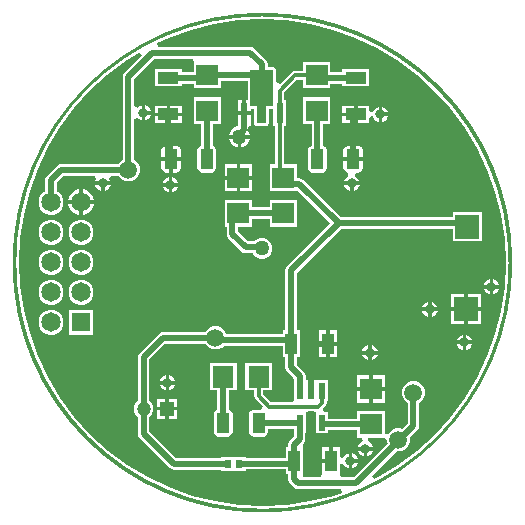
<source format=gtl>
G04*
G04 #@! TF.GenerationSoftware,Altium Limited,Altium Designer,23.4.1 (23)*
G04*
G04 Layer_Physical_Order=1*
G04 Layer_Color=255*
%FSLAX44Y44*%
%MOMM*%
G71*
G04*
G04 #@! TF.SameCoordinates,578947FD-33E4-429F-A021-2FF82048D882*
G04*
G04*
G04 #@! TF.FilePolarity,Positive*
G04*
G01*
G75*
%ADD15C,0.2540*%
%ADD16R,1.8400X1.8000*%
G04:AMPARAMS|DCode=17|XSize=1.1mm|YSize=1.73mm|CornerRadius=0.11mm|HoleSize=0mm|Usage=FLASHONLY|Rotation=180.000|XOffset=0mm|YOffset=0mm|HoleType=Round|Shape=RoundedRectangle|*
%AMROUNDEDRECTD17*
21,1,1.1000,1.5100,0,0,180.0*
21,1,0.8800,1.7300,0,0,180.0*
1,1,0.2200,-0.4400,0.7550*
1,1,0.2200,0.4400,0.7550*
1,1,0.2200,0.4400,-0.7550*
1,1,0.2200,-0.4400,-0.7550*
%
%ADD17ROUNDEDRECTD17*%
%ADD18R,1.8000X1.0000*%
%ADD19R,0.5800X1.7300*%
%ADD20C,1.7397*%
%ADD21R,0.6000X0.7000*%
%ADD22R,1.8000X1.8400*%
%ADD23R,0.5588X1.3208*%
%ADD24R,1.0000X1.8000*%
%ADD25R,2.0000X2.0000*%
%ADD41C,0.5000*%
%ADD42C,0.3000*%
%ADD43C,1.5000*%
%ADD44R,1.2000X1.2000*%
%ADD45C,1.2000*%
%ADD46C,1.6500*%
%ADD47R,1.6500X1.6500*%
%ADD48C,0.8000*%
%ADD49C,1.2700*%
G36*
X115352Y376226D02*
X100679Y361553D01*
X99619Y359966D01*
X99246Y358093D01*
Y287980D01*
X98589Y287708D01*
X95832Y284951D01*
X95560Y284294D01*
X46990D01*
X45117Y283922D01*
X43529Y282861D01*
X35159Y274491D01*
X34098Y272903D01*
X33726Y271030D01*
Y261412D01*
X32644Y260964D01*
X29676Y257996D01*
X28070Y254118D01*
Y249921D01*
X29676Y246044D01*
X32644Y243076D01*
X36521Y241470D01*
X40718D01*
X44596Y243076D01*
X47564Y246044D01*
X49170Y249921D01*
Y254118D01*
X47564Y257996D01*
X44596Y260964D01*
X43514Y261412D01*
Y269003D01*
X49017Y274506D01*
X75594D01*
X77006Y271675D01*
X76093Y269470D01*
X89008D01*
X88094Y271675D01*
X89506Y274506D01*
X95560D01*
X95832Y273849D01*
X98589Y271092D01*
X102191Y269600D01*
X106089D01*
X109691Y271092D01*
X112448Y273849D01*
X113940Y277451D01*
Y281349D01*
X112448Y284951D01*
X109691Y287708D01*
X109034Y287980D01*
Y322173D01*
X112034Y323217D01*
X113135Y322116D01*
X115340Y321203D01*
Y327660D01*
Y334118D01*
X113135Y333204D01*
X112034Y332103D01*
X109034Y333147D01*
Y356065D01*
X126535Y373566D01*
X158669D01*
X159253Y370808D01*
X159253D01*
Y362152D01*
X149363D01*
Y364558D01*
X126763D01*
Y349958D01*
X149363D01*
Y352364D01*
X159253D01*
Y348208D01*
X182253D01*
Y354614D01*
X205008D01*
Y338473D01*
X203663D01*
Y328783D01*
X207603D01*
Y331143D01*
X210873D01*
Y318633D01*
X211602Y316873D01*
X213363Y316143D01*
X220963D01*
X222723Y316873D01*
X223452Y318633D01*
Y331143D01*
X226828D01*
X226963Y331053D01*
Y316333D01*
X228288D01*
Y283944D01*
X223772D01*
Y261344D01*
X246772D01*
X249275Y260145D01*
X275139Y234281D01*
X238461Y197603D01*
X237400Y196015D01*
X237027Y194142D01*
Y143380D01*
X234621D01*
Y140141D01*
X187173D01*
X186108Y142711D01*
X183351Y145468D01*
X179749Y146960D01*
X175851D01*
X172249Y145468D01*
X169492Y142711D01*
X169220Y142054D01*
X133350D01*
X131477Y141681D01*
X129889Y140621D01*
X113539Y124271D01*
X112479Y122683D01*
X112106Y120810D01*
Y83944D01*
X109964Y81802D01*
X108700Y78751D01*
Y75449D01*
X109964Y72398D01*
X112106Y70256D01*
Y56040D01*
X112479Y54167D01*
X113539Y52579D01*
X139099Y27019D01*
X140687Y25958D01*
X142560Y25586D01*
X182740D01*
Y24680D01*
X203340D01*
Y25626D01*
X237161D01*
Y21720D01*
X239567D01*
Y17159D01*
X239940Y15286D01*
X241000Y13698D01*
X244189Y10509D01*
X245777Y9449D01*
X247650Y9076D01*
X284335D01*
X284847Y6120D01*
X277799Y3598D01*
X258153Y-1323D01*
X238119Y-4295D01*
X217890Y-5289D01*
X197661Y-4295D01*
X177628Y-1323D01*
X157981Y3598D01*
X138912Y10421D01*
X120604Y19080D01*
X103232Y29492D01*
X86965Y41557D01*
X71958Y55158D01*
X58357Y70165D01*
X46292Y86432D01*
X35880Y103804D01*
X27221Y122112D01*
X20398Y141181D01*
X15477Y160828D01*
X12505Y180861D01*
X11511Y201090D01*
X12505Y221319D01*
X15477Y241353D01*
X20398Y260999D01*
X27221Y280068D01*
X35880Y298376D01*
X46292Y315748D01*
X58357Y332015D01*
X71765Y346809D01*
X86345Y360023D01*
X102612Y372088D01*
X113492Y378609D01*
X115352Y376226D01*
D02*
G37*
G36*
X237499Y405875D02*
X257533Y402903D01*
X277178Y397982D01*
X296248Y391159D01*
X314556Y382500D01*
X331928Y372088D01*
X348195Y360023D01*
X363202Y346422D01*
X376803Y331415D01*
X388867Y315148D01*
X399280Y297776D01*
X407939Y279468D01*
X414762Y260399D01*
X419683Y240753D01*
X422655Y220719D01*
X423649Y200490D01*
X422655Y180261D01*
X419683Y160228D01*
X414762Y140582D01*
X407939Y121512D01*
X399280Y103204D01*
X388867Y85832D01*
X376803Y69565D01*
X363395Y54772D01*
X348815Y41557D01*
X332548Y29492D01*
X315176Y19080D01*
X311790Y17479D01*
X310063Y19932D01*
X331131Y41000D01*
X334689D01*
X338291Y42492D01*
X341048Y45249D01*
X342540Y48851D01*
Y52749D01*
X342458Y52946D01*
X348901Y59388D01*
X349962Y60976D01*
X350334Y62849D01*
Y82122D01*
X350991Y82395D01*
X353748Y85151D01*
X355240Y88753D01*
Y92652D01*
X353748Y96254D01*
X350991Y99011D01*
X347389Y100503D01*
X343491D01*
X339889Y99011D01*
X337132Y96254D01*
X335640Y92652D01*
Y88753D01*
X337132Y85151D01*
X339889Y82395D01*
X340546Y82122D01*
Y64876D01*
X335807Y60137D01*
X334689Y60600D01*
X330791D01*
X327189Y59108D01*
X324432Y56351D01*
X323991Y55287D01*
X320991Y55883D01*
Y75040D01*
X297991D01*
Y68634D01*
X273183D01*
Y73928D01*
X269951D01*
X268708Y76928D01*
X270829Y79048D01*
X271669Y80305D01*
X271964Y81788D01*
Y83552D01*
X273183D01*
Y101360D01*
X264025D01*
Y101600D01*
X260191D01*
Y92456D01*
X257191D01*
Y101600D01*
X254187D01*
Y104648D01*
X253815Y106521D01*
X252754Y108109D01*
X246815Y114047D01*
Y120780D01*
X249221D01*
Y143380D01*
X246815D01*
Y192115D01*
X284087Y229387D01*
X378860D01*
Y218840D01*
X403460D01*
Y243440D01*
X378860D01*
Y239175D01*
X284087D01*
X252348Y270914D01*
X250760Y271975D01*
X248888Y272347D01*
X246772D01*
Y283944D01*
X236037D01*
Y316333D01*
X237363D01*
Y338233D01*
X236037D01*
Y344858D01*
X246813Y355634D01*
X252056D01*
Y348208D01*
X275056D01*
Y352364D01*
X285346D01*
Y349958D01*
X307946D01*
Y364558D01*
X285346D01*
Y362152D01*
X275056D01*
Y370808D01*
X252056D01*
Y363382D01*
X245208D01*
X243725Y363087D01*
X242468Y362248D01*
X232317Y352096D01*
X229317Y353339D01*
Y363933D01*
X228588Y365693D01*
X226828Y366422D01*
X222057D01*
Y368733D01*
X221684Y370606D01*
X220623Y372193D01*
X210896Y381921D01*
X209308Y382981D01*
X207435Y383354D01*
X128807D01*
X128133Y386354D01*
X138292Y391159D01*
X157361Y397982D01*
X177008Y402903D01*
X197041Y405875D01*
X217270Y406869D01*
X237499Y405875D01*
D02*
G37*
G36*
X226828Y333633D02*
X220963D01*
Y318633D01*
X213363D01*
Y333633D01*
X207498D01*
Y363933D01*
X226828D01*
Y333633D01*
D02*
G37*
G36*
X169492Y131609D02*
X172249Y128852D01*
X175851Y127360D01*
X179749D01*
X183351Y128852D01*
X184852Y130353D01*
X234621D01*
Y120780D01*
X237027D01*
Y112020D01*
X237400Y110147D01*
X238461Y108559D01*
X243111Y103909D01*
X244199Y101360D01*
X244199Y101360D01*
X244199D01*
X244199Y101360D01*
Y83552D01*
X241587Y82614D01*
X225125D01*
X218431Y89309D01*
Y92640D01*
X225690D01*
Y115640D01*
X203090D01*
Y92640D01*
X210682D01*
Y87704D01*
X210977Y86221D01*
X211816Y84964D01*
X217781Y79000D01*
X216538Y76000D01*
X210090D01*
X207488Y74922D01*
X206410Y72320D01*
Y57220D01*
X207488Y54618D01*
X210090Y53540D01*
X218890D01*
X221492Y54618D01*
X222570Y57220D01*
Y60130D01*
X244105D01*
Y53295D01*
X241000Y50191D01*
X239940Y48603D01*
X239567Y46730D01*
Y44320D01*
X237161D01*
Y35414D01*
X203340D01*
Y36280D01*
X182740D01*
Y35374D01*
X144587D01*
X121894Y58067D01*
Y70256D01*
X124036Y72398D01*
X125300Y75449D01*
Y78751D01*
X124036Y81802D01*
X121894Y83944D01*
Y118783D01*
X135377Y132266D01*
X169220D01*
X169492Y131609D01*
D02*
G37*
G36*
X262995Y73928D02*
X262995Y71866D01*
Y56120D01*
X273183D01*
Y58846D01*
X297991D01*
Y52440D01*
X302227D01*
X302823Y49440D01*
X301095Y48724D01*
X299256Y46885D01*
X298342Y44680D01*
X311257D01*
X310344Y46885D01*
X308505Y48724D01*
X306777Y49440D01*
X307374Y52440D01*
X319940D01*
X320991Y52440D01*
X322940Y50247D01*
Y48851D01*
X323584Y47295D01*
X295153Y18864D01*
X283928D01*
X283001Y21480D01*
X283001Y21864D01*
Y30058D01*
X286001Y30654D01*
X286556Y29315D01*
X288395Y27476D01*
X290600Y26562D01*
Y33020D01*
Y39478D01*
X288395Y38564D01*
X286556Y36725D01*
X286001Y35386D01*
X283001Y35982D01*
Y44560D01*
X276961D01*
Y33020D01*
X275461D01*
Y31520D01*
X267921D01*
Y21864D01*
X267921Y21480D01*
X266994Y18864D01*
X252109D01*
X251761Y21720D01*
X251761D01*
Y44320D01*
X251761D01*
X251910Y47258D01*
X252460Y47807D01*
X253521Y49395D01*
X253893Y51268D01*
Y56120D01*
X254387D01*
Y73928D01*
X256999Y74866D01*
X260383D01*
X262995Y73928D01*
D02*
G37*
%LPC*%
G36*
X118340Y334118D02*
Y329160D01*
X123298D01*
X122384Y331365D01*
X120545Y333204D01*
X118340Y334118D01*
D02*
G37*
G36*
X200663Y338473D02*
X196723D01*
Y328783D01*
X200663D01*
Y338473D01*
D02*
G37*
G36*
X149603Y333798D02*
X139563D01*
Y327758D01*
X149603D01*
Y333798D01*
D02*
G37*
G36*
X136564D02*
X126524D01*
Y327758D01*
X136564D01*
Y333798D01*
D02*
G37*
G36*
X123298Y326160D02*
X118340D01*
Y321203D01*
X120545Y322116D01*
X122384Y323955D01*
X123298Y326160D01*
D02*
G37*
G36*
X149603Y324758D02*
X139563D01*
Y318718D01*
X149603D01*
Y324758D01*
D02*
G37*
G36*
X136564D02*
X126524D01*
Y318718D01*
X136564D01*
Y324758D01*
D02*
G37*
G36*
X207603Y325783D02*
X196723D01*
Y316230D01*
X196352D01*
X193084Y314877D01*
X190583Y312376D01*
X189230Y309108D01*
Y308840D01*
X207010D01*
Y309108D01*
X205657Y312376D01*
X204939Y313093D01*
X206182Y316093D01*
X207603D01*
Y325783D01*
D02*
G37*
G36*
X207010Y305840D02*
X199620D01*
Y298450D01*
X199888D01*
X203156Y299803D01*
X205657Y302304D01*
X207010Y305572D01*
Y305840D01*
D02*
G37*
G36*
X196620D02*
X189230D01*
Y305572D01*
X190583Y302304D01*
X193084Y299803D01*
X196352Y298450D01*
X196620D01*
Y305840D01*
D02*
G37*
G36*
X144693Y299780D02*
X141793D01*
Y289790D01*
X148633D01*
Y295840D01*
X147479Y298626D01*
X144693Y299780D01*
D02*
G37*
G36*
X138794D02*
X135894D01*
X133108Y298626D01*
X131954Y295840D01*
Y289790D01*
X138794D01*
Y299780D01*
D02*
G37*
G36*
X182253Y340808D02*
X159253D01*
Y318208D01*
X165599D01*
Y299315D01*
X163491Y298442D01*
X162413Y295840D01*
Y280740D01*
X163491Y278138D01*
X166094Y277060D01*
X174893D01*
X177496Y278138D01*
X178574Y280740D01*
Y295840D01*
X177496Y298442D01*
X175388Y299315D01*
Y318208D01*
X182253D01*
Y340808D01*
D02*
G37*
G36*
X148633Y286790D02*
X141793D01*
Y276800D01*
X144693D01*
X147479Y277954D01*
X148633Y280740D01*
Y286790D01*
D02*
G37*
G36*
X138794D02*
X131954D01*
Y280740D01*
X133108Y277954D01*
X135894Y276800D01*
X138794D01*
Y286790D01*
D02*
G37*
G36*
X209062Y284184D02*
X198822D01*
Y274144D01*
X209062D01*
Y284184D01*
D02*
G37*
G36*
X195822D02*
X185582D01*
Y274144D01*
X195822D01*
Y284184D01*
D02*
G37*
G36*
X141200Y273158D02*
Y268200D01*
X146158D01*
X145244Y270405D01*
X143405Y272244D01*
X141200Y273158D01*
D02*
G37*
G36*
X138200D02*
X135995Y272244D01*
X134156Y270405D01*
X133243Y268200D01*
X138200D01*
Y273158D01*
D02*
G37*
G36*
X89008Y266470D02*
X84050D01*
Y261513D01*
X86255Y262426D01*
X88094Y264265D01*
X89008Y266470D01*
D02*
G37*
G36*
X81050D02*
X76093D01*
X77006Y264265D01*
X78845Y262426D01*
X81050Y261513D01*
Y266470D01*
D02*
G37*
G36*
X209062Y271144D02*
X198822D01*
Y261104D01*
X209062D01*
Y271144D01*
D02*
G37*
G36*
X195822D02*
X185582D01*
Y261104D01*
X195822D01*
Y271144D01*
D02*
G37*
G36*
X146158Y265200D02*
X141200D01*
Y260243D01*
X143405Y261156D01*
X145244Y262995D01*
X146158Y265200D01*
D02*
G37*
G36*
X138200D02*
X133243D01*
X134156Y262995D01*
X135995Y261156D01*
X138200Y260243D01*
Y265200D01*
D02*
G37*
G36*
X66166Y262810D02*
X65520D01*
Y253520D01*
X74810D01*
Y254166D01*
X73167Y258132D01*
X70132Y261167D01*
X66166Y262810D01*
D02*
G37*
G36*
X62520D02*
X61874D01*
X57908Y261167D01*
X54873Y258132D01*
X53230Y254166D01*
Y253520D01*
X62520D01*
Y262810D01*
D02*
G37*
G36*
X246772Y253944D02*
X223772D01*
Y247538D01*
X208822D01*
Y253944D01*
X185822D01*
Y231344D01*
X187348D01*
Y224874D01*
X187721Y223002D01*
X188782Y221414D01*
X199852Y210343D01*
X201440Y209283D01*
X203313Y208910D01*
X209411D01*
X209830Y207900D01*
X212263Y205467D01*
X215442Y204150D01*
X218883D01*
X222062Y205467D01*
X224496Y207900D01*
X225813Y211079D01*
Y214521D01*
X224496Y217700D01*
X222062Y220133D01*
X218883Y221450D01*
X215442D01*
X212263Y220133D01*
X210828Y218698D01*
X205340D01*
X197136Y226902D01*
Y231344D01*
X208822D01*
Y237750D01*
X223772D01*
Y231344D01*
X246772D01*
Y253944D01*
D02*
G37*
G36*
X74810Y250520D02*
X65520D01*
Y241230D01*
X66166D01*
X70132Y242873D01*
X73167Y245908D01*
X74810Y249874D01*
Y250520D01*
D02*
G37*
G36*
X62520D02*
X53230D01*
Y249874D01*
X54873Y245908D01*
X57908Y242873D01*
X61874Y241230D01*
X62520D01*
Y250520D01*
D02*
G37*
G36*
X66118Y237170D02*
X61922D01*
X58044Y235564D01*
X55076Y232596D01*
X53470Y228718D01*
Y224522D01*
X55076Y220644D01*
X58044Y217676D01*
X61922Y216070D01*
X66118D01*
X69996Y217676D01*
X72964Y220644D01*
X74570Y224522D01*
Y228718D01*
X72964Y232596D01*
X69996Y235564D01*
X66118Y237170D01*
D02*
G37*
G36*
X40718D02*
X36521D01*
X32644Y235564D01*
X29676Y232596D01*
X28070Y228718D01*
Y224522D01*
X29676Y220644D01*
X32644Y217676D01*
X36521Y216070D01*
X40718D01*
X44596Y217676D01*
X47564Y220644D01*
X49170Y224522D01*
Y228718D01*
X47564Y232596D01*
X44596Y235564D01*
X40718Y237170D01*
D02*
G37*
G36*
X66118Y211770D02*
X61922D01*
X58044Y210164D01*
X55076Y207196D01*
X53470Y203319D01*
Y199121D01*
X55076Y195244D01*
X58044Y192276D01*
X61922Y190670D01*
X66118D01*
X69996Y192276D01*
X72964Y195244D01*
X74570Y199121D01*
Y203319D01*
X72964Y207196D01*
X69996Y210164D01*
X66118Y211770D01*
D02*
G37*
G36*
X40718D02*
X36521D01*
X32644Y210164D01*
X29676Y207196D01*
X28070Y203319D01*
Y199121D01*
X29676Y195244D01*
X32644Y192276D01*
X36521Y190670D01*
X40718D01*
X44596Y192276D01*
X47564Y195244D01*
X49170Y199121D01*
Y203319D01*
X47564Y207196D01*
X44596Y210164D01*
X40718Y211770D01*
D02*
G37*
G36*
X66118Y186370D02*
X61922D01*
X58044Y184764D01*
X55076Y181796D01*
X53470Y177918D01*
Y173722D01*
X55076Y169844D01*
X58044Y166876D01*
X61922Y165270D01*
X66118D01*
X69996Y166876D01*
X72964Y169844D01*
X74570Y173722D01*
Y177918D01*
X72964Y181796D01*
X69996Y184764D01*
X66118Y186370D01*
D02*
G37*
G36*
X40718D02*
X36521D01*
X32644Y184764D01*
X29676Y181796D01*
X28070Y177918D01*
Y173722D01*
X29676Y169844D01*
X32644Y166876D01*
X36521Y165270D01*
X40718D01*
X44596Y166876D01*
X47564Y169844D01*
X49170Y173722D01*
Y177918D01*
X47564Y181796D01*
X44596Y184764D01*
X40718Y186370D01*
D02*
G37*
G36*
X74570Y160970D02*
X53470D01*
Y139870D01*
X74570D01*
Y160970D01*
D02*
G37*
G36*
X40718D02*
X36521D01*
X32644Y159364D01*
X29676Y156396D01*
X28070Y152519D01*
Y148322D01*
X29676Y144444D01*
X32644Y141476D01*
X36521Y139870D01*
X40718D01*
X44596Y141476D01*
X47564Y144444D01*
X49170Y148322D01*
Y152519D01*
X47564Y156396D01*
X44596Y159364D01*
X40718Y160970D01*
D02*
G37*
G36*
X319000Y332848D02*
Y327890D01*
X323957D01*
X323044Y330095D01*
X321205Y331934D01*
X319000Y332848D01*
D02*
G37*
G36*
X295146Y333798D02*
X285106D01*
Y327758D01*
X295146D01*
Y333798D01*
D02*
G37*
G36*
X323957Y324890D02*
X319000D01*
Y319932D01*
X321205Y320846D01*
X323044Y322685D01*
X323957Y324890D01*
D02*
G37*
G36*
X308186Y333798D02*
X298146D01*
Y326258D01*
Y318718D01*
X308186D01*
Y322531D01*
X309802Y324861D01*
X310960Y325089D01*
X311046Y324881D01*
X311956Y322685D01*
X313795Y320846D01*
X316000Y319932D01*
Y326390D01*
Y332848D01*
X313795Y331934D01*
X311956Y330095D01*
X311046Y327899D01*
X310960Y327691D01*
X309802Y327919D01*
X308186Y330249D01*
Y333798D01*
D02*
G37*
G36*
X295146Y324758D02*
X285106D01*
Y318718D01*
X295146D01*
Y324758D01*
D02*
G37*
G36*
X298712Y299780D02*
X295812D01*
Y289790D01*
X302652D01*
Y295840D01*
X301498Y298626D01*
X298712Y299780D01*
D02*
G37*
G36*
X292812D02*
X289912D01*
X287126Y298626D01*
X285972Y295840D01*
Y289790D01*
X292812D01*
Y299780D01*
D02*
G37*
G36*
X275056Y340808D02*
X252056D01*
Y318208D01*
X259218D01*
Y299315D01*
X257110Y298442D01*
X256032Y295840D01*
Y280740D01*
X257110Y278138D01*
X259712Y277060D01*
X268512D01*
X271114Y278138D01*
X272192Y280740D01*
Y295840D01*
X271114Y298442D01*
X269006Y299315D01*
Y318208D01*
X275056D01*
Y340808D01*
D02*
G37*
G36*
X302652Y286790D02*
X294312D01*
X285972D01*
Y280740D01*
X287126Y277954D01*
X289835Y276832D01*
X289953Y276525D01*
X290355Y273800D01*
X289665Y273514D01*
X287826Y271675D01*
X286912Y269470D01*
X299827D01*
X298914Y271675D01*
X297075Y273514D01*
X296385Y273800D01*
X296981Y276800D01*
X298712D01*
X301498Y277954D01*
X302652Y280740D01*
Y286790D01*
D02*
G37*
G36*
X299827Y266470D02*
X294870D01*
Y261513D01*
X297075Y262426D01*
X298914Y264265D01*
X299827Y266470D01*
D02*
G37*
G36*
X291870D02*
X286912D01*
X287826Y264265D01*
X289665Y262426D01*
X291870Y261513D01*
Y266470D01*
D02*
G37*
G36*
X412980Y186798D02*
Y181840D01*
X417938D01*
X417024Y184045D01*
X415185Y185884D01*
X412980Y186798D01*
D02*
G37*
G36*
X409980D02*
X407775Y185884D01*
X405936Y184045D01*
X405023Y181840D01*
X409980D01*
Y186798D01*
D02*
G37*
G36*
X417938Y178840D02*
X412980D01*
Y173883D01*
X415185Y174796D01*
X417024Y176635D01*
X417938Y178840D01*
D02*
G37*
G36*
X409980D02*
X405023D01*
X405936Y176635D01*
X407775Y174796D01*
X409980Y173883D01*
Y178840D01*
D02*
G37*
G36*
X402430Y173830D02*
X391390D01*
Y162790D01*
X402430D01*
Y173830D01*
D02*
G37*
G36*
X388390D02*
X377350D01*
Y162790D01*
X388390D01*
Y173830D01*
D02*
G37*
G36*
X360910Y167747D02*
Y162790D01*
X365868D01*
X364954Y164995D01*
X363115Y166834D01*
X360910Y167747D01*
D02*
G37*
G36*
X357910D02*
X355705Y166834D01*
X353866Y164995D01*
X352952Y162790D01*
X357910D01*
Y167747D01*
D02*
G37*
G36*
X365868Y159790D02*
X360910D01*
Y154832D01*
X363115Y155746D01*
X364954Y157585D01*
X365868Y159790D01*
D02*
G37*
G36*
X357910D02*
X352952D01*
X353866Y157585D01*
X355705Y155746D01*
X357910Y154832D01*
Y159790D01*
D02*
G37*
G36*
X402430D02*
X391390D01*
Y148750D01*
X402430D01*
Y159790D01*
D02*
G37*
G36*
X388390D02*
X377350D01*
Y148750D01*
X388390D01*
Y159790D01*
D02*
G37*
G36*
X390120Y139808D02*
Y134850D01*
X395078D01*
X394164Y137055D01*
X392325Y138894D01*
X390120Y139808D01*
D02*
G37*
G36*
X387120D02*
X384915Y138894D01*
X383076Y137055D01*
X382163Y134850D01*
X387120D01*
Y139808D01*
D02*
G37*
G36*
X280461Y143620D02*
X274421D01*
Y133580D01*
X280461D01*
Y143620D01*
D02*
G37*
G36*
X271421D02*
X265381D01*
Y133580D01*
X271421D01*
Y143620D01*
D02*
G37*
G36*
X395078Y131850D02*
X390120D01*
Y126892D01*
X392325Y127806D01*
X394164Y129645D01*
X395078Y131850D01*
D02*
G37*
G36*
X387120D02*
X382163D01*
X383076Y129645D01*
X384915Y127806D01*
X387120Y126892D01*
Y131850D01*
D02*
G37*
G36*
X310110Y130918D02*
Y125960D01*
X315068D01*
X314154Y128165D01*
X312315Y130004D01*
X310110Y130918D01*
D02*
G37*
G36*
X307110D02*
X304905Y130004D01*
X303066Y128165D01*
X302153Y125960D01*
X307110D01*
Y130918D01*
D02*
G37*
G36*
X280461Y130580D02*
X274421D01*
Y120540D01*
X280461D01*
Y130580D01*
D02*
G37*
G36*
X271421D02*
X265381D01*
Y120540D01*
X271421D01*
Y130580D01*
D02*
G37*
G36*
X315068Y122960D02*
X310110D01*
Y118003D01*
X312315Y118916D01*
X314154Y120755D01*
X315068Y122960D01*
D02*
G37*
G36*
X307110D02*
X302153D01*
X303066Y120755D01*
X304905Y118916D01*
X307110Y118003D01*
Y122960D01*
D02*
G37*
G36*
X321231Y105280D02*
X310991D01*
Y95240D01*
X321231D01*
Y105280D01*
D02*
G37*
G36*
X307991D02*
X297751D01*
Y95240D01*
X307991D01*
Y105280D01*
D02*
G37*
G36*
X321231Y92240D02*
X310991D01*
Y82200D01*
X321231D01*
Y92240D01*
D02*
G37*
G36*
X307991D02*
X297751D01*
Y82200D01*
X307991D01*
Y92240D01*
D02*
G37*
G36*
X138660Y105518D02*
Y100560D01*
X143617D01*
X142704Y102765D01*
X140865Y104604D01*
X138660Y105518D01*
D02*
G37*
G36*
X135660D02*
X133455Y104604D01*
X131616Y102765D01*
X130702Y100560D01*
X135660D01*
Y105518D01*
D02*
G37*
G36*
X143617Y97560D02*
X138660D01*
Y92603D01*
X140865Y93516D01*
X142704Y95355D01*
X143617Y97560D01*
D02*
G37*
G36*
X135660D02*
X130702D01*
X131616Y95355D01*
X133455Y93516D01*
X135660Y92603D01*
Y97560D01*
D02*
G37*
G36*
X145540Y85640D02*
X138500D01*
Y78600D01*
X145540D01*
Y85640D01*
D02*
G37*
G36*
X135500D02*
X128460D01*
Y78600D01*
X135500D01*
Y85640D01*
D02*
G37*
G36*
X145540Y75600D02*
X138500D01*
Y68560D01*
X145540D01*
Y75600D01*
D02*
G37*
G36*
X135500D02*
X128460D01*
Y68560D01*
X135500D01*
Y75600D01*
D02*
G37*
G36*
X195690Y115640D02*
X173090D01*
Y92640D01*
X179396D01*
Y75795D01*
X177288Y74922D01*
X176210Y72320D01*
Y57220D01*
X177288Y54618D01*
X179890Y53540D01*
X188690D01*
X191292Y54618D01*
X192370Y57220D01*
Y72320D01*
X191292Y74922D01*
X189184Y75795D01*
Y92640D01*
X195690D01*
Y115640D01*
D02*
G37*
G36*
X311257Y41680D02*
X306300D01*
Y36723D01*
X308505Y37636D01*
X310344Y39475D01*
X311257Y41680D01*
D02*
G37*
G36*
X303300D02*
X298342D01*
X299256Y39475D01*
X301095Y37636D01*
X303300Y36723D01*
Y41680D01*
D02*
G37*
G36*
X293600Y39478D02*
Y34520D01*
X298557D01*
X297644Y36725D01*
X295805Y38564D01*
X293600Y39478D01*
D02*
G37*
G36*
X273961Y44560D02*
X267921D01*
Y34520D01*
X273961D01*
Y44560D01*
D02*
G37*
G36*
X298557Y31520D02*
X293600D01*
Y26562D01*
X295805Y27476D01*
X297644Y29315D01*
X298557Y31520D01*
D02*
G37*
%LPD*%
D15*
X427890Y201090D02*
G03*
X427890Y201090I-210000J0D01*
G01*
X427270Y200490D02*
G03*
X427270Y200490I-210000J0D01*
G01*
D16*
X197322Y272644D02*
D03*
Y242644D02*
D03*
X235272D02*
D03*
Y272644D02*
D03*
X263556Y329508D02*
D03*
Y359508D02*
D03*
X170753Y329508D02*
D03*
Y359508D02*
D03*
X309491Y63740D02*
D03*
Y93740D02*
D03*
D17*
X264112Y288290D02*
D03*
X294312D02*
D03*
X170494Y288290D02*
D03*
X140294D02*
D03*
X184290Y64770D02*
D03*
X214490D02*
D03*
D18*
X296646Y326258D02*
D03*
Y357258D02*
D03*
X138063Y326258D02*
D03*
Y357258D02*
D03*
D19*
X202163Y327283D02*
D03*
X232163D02*
D03*
D20*
X217163Y345093D02*
D03*
D21*
X188040Y30480D02*
D03*
X198040D02*
D03*
D22*
X184390Y104140D02*
D03*
X214390D02*
D03*
D23*
X268089Y65024D02*
D03*
X249293D02*
D03*
Y92456D02*
D03*
X258691D02*
D03*
X268089D02*
D03*
D24*
X241921Y132080D02*
D03*
X272921D02*
D03*
X244461Y33020D02*
D03*
X275461D02*
D03*
D25*
X391160Y231140D02*
D03*
X389890Y161290D02*
D03*
D41*
X117000Y77100D02*
Y120810D01*
X133350Y137160D02*
X177800D01*
X117000Y120810D02*
X133350Y137160D01*
X117000Y56040D02*
X142560Y30480D01*
X188040D01*
X117000Y56040D02*
Y77100D01*
X244461Y33020D02*
Y33020D01*
X241961Y30520D02*
X244461Y33020D01*
X198080Y30520D02*
X241961D01*
X198040Y30480D02*
X198080Y30520D01*
X332740Y49530D02*
Y50800D01*
X297180Y13970D02*
X332740Y49530D01*
X345440Y62849D02*
Y90703D01*
X332740Y50800D02*
X333391D01*
X345440Y62849D01*
X241921Y132747D02*
Y194142D01*
X282060Y234281D01*
X248888Y267453D02*
X282060Y234281D01*
X240463Y267453D02*
X248888D01*
X235272Y272644D02*
X240463Y267453D01*
X282060Y234281D02*
X388019D01*
X241921Y132080D02*
Y132747D01*
X202163Y313466D02*
Y327283D01*
X198120Y309424D02*
X202163Y313466D01*
X198120Y307340D02*
Y309424D01*
X244461Y17159D02*
X247650Y13970D01*
X297180D01*
X217163Y347465D02*
Y358951D01*
Y368733D01*
X104140Y358093D02*
X124507Y378460D01*
X207435D01*
X217163Y368733D01*
X137753Y290830D02*
X140294Y288290D01*
X137753Y290830D02*
Y325948D01*
X138063Y326258D01*
X294312Y288290D02*
Y323924D01*
X296646Y326258D01*
X104140Y279400D02*
Y358093D01*
X217163Y345093D02*
Y347465D01*
X263556Y359508D02*
X265806Y357258D01*
X296646D01*
X263556Y329508D02*
X264112Y328952D01*
Y288290D02*
Y328952D01*
X214790Y347465D02*
Y358951D01*
Y347465D02*
X217163Y345093D01*
X216159Y213804D02*
X217163Y212800D01*
X197322Y242644D02*
X235272D01*
X170753Y359508D02*
X214234D01*
X214790Y358951D01*
X168503Y357258D02*
X170753Y359508D01*
X138063Y357258D02*
X168503D01*
X170494Y329249D02*
X170753Y329508D01*
X170494Y288290D02*
Y329249D01*
X203313Y213804D02*
X216159D01*
X192242Y237564D02*
X197322Y242644D01*
X192242Y224874D02*
Y237564D01*
Y224874D02*
X203313Y213804D01*
X184290Y64770D02*
Y104040D01*
X184390Y104140D01*
X179713Y135247D02*
X239421D01*
X241921Y132747D01*
X177800Y137160D02*
X179713Y135247D01*
X38620Y271030D02*
X46990Y279400D01*
X104140D01*
X38620Y252020D02*
Y271030D01*
X244461Y17159D02*
Y33020D01*
X214744Y65024D02*
X249293D01*
X214490Y64770D02*
X214744Y65024D01*
X268383Y63740D02*
X309491D01*
X268089Y64034D02*
X268383Y63740D01*
X268089Y64034D02*
Y65024D01*
X258691Y92456D02*
Y129151D01*
X261620Y132080D02*
X272921D01*
X258691Y129151D02*
X261620Y132080D01*
X241921Y112020D02*
Y132080D01*
Y112020D02*
X249293Y104648D01*
Y92456D02*
Y104648D01*
X248999Y64730D02*
X249293Y65024D01*
X248999Y51268D02*
Y64730D01*
X244461Y46730D02*
X248999Y51268D01*
X244461Y33020D02*
Y46730D01*
D42*
X245208Y359508D02*
X263556D01*
X232163Y346463D02*
X245208Y359508D01*
X232163Y327283D02*
Y346463D01*
Y275754D02*
Y327283D01*
Y275754D02*
X235272Y272644D01*
X223520Y78740D02*
X265041D01*
X214556Y87704D02*
X223520Y78740D01*
X214556Y87704D02*
Y103974D01*
X214390Y104140D02*
X214556Y103974D01*
X265041Y78740D02*
X268089Y81788D01*
Y92456D01*
D43*
X345440Y90703D02*
D03*
X104140Y279400D02*
D03*
X177800Y137160D02*
D03*
X332740Y50800D02*
D03*
D44*
X137000Y77100D02*
D03*
D45*
X117000D02*
D03*
D46*
X38620Y175820D02*
D03*
X64020D02*
D03*
X38620Y150420D02*
D03*
X64020Y201220D02*
D03*
X38620D02*
D03*
X64020Y226620D02*
D03*
Y252020D02*
D03*
X38620Y226620D02*
D03*
Y252020D02*
D03*
D47*
X64020Y150420D02*
D03*
D48*
X411480Y180340D02*
D03*
X388620Y133350D02*
D03*
X359410Y161290D02*
D03*
X293370Y267970D02*
D03*
X317500Y326390D02*
D03*
X116840Y327660D02*
D03*
X139700Y266700D02*
D03*
X82550Y267970D02*
D03*
X137160Y99060D02*
D03*
X308610Y124460D02*
D03*
X304800Y43180D02*
D03*
X292100Y33020D02*
D03*
D49*
X198120Y307340D02*
D03*
X217163Y212800D02*
D03*
M02*

</source>
